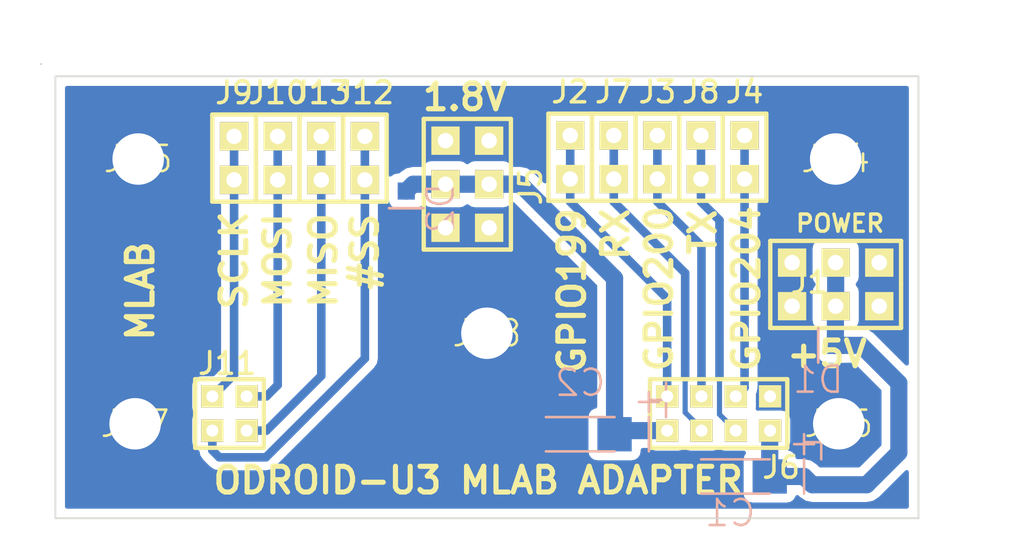
<source format=kicad_pcb>
(kicad_pcb (version 4) (host pcbnew 0.201411301746+5308~19~ubuntu14.04.1-product)

  (general
    (links 43)
    (no_connects 0)
    (area 104.4448 30.8356 164.109401 63.065)
    (thickness 1.6)
    (drawings 19)
    (tracks 66)
    (zones 0)
    (modules 22)
    (nets 13)
  )

  (page A4)
  (layers
    (0 F.Cu signal)
    (31 B.Cu signal)
    (32 B.Adhes user)
    (33 F.Adhes user)
    (34 B.Paste user)
    (35 F.Paste user)
    (36 B.SilkS user)
    (37 F.SilkS user)
    (38 B.Mask user)
    (39 F.Mask user)
    (40 Dwgs.User user)
    (41 Cmts.User user)
    (42 Eco1.User user)
    (43 Eco2.User user)
    (44 Edge.Cuts user)
    (45 Margin user)
    (46 B.CrtYd user)
    (47 F.CrtYd user)
    (48 B.Fab user)
    (49 F.Fab user)
  )

  (setup
    (last_trace_width 0.3)
    (user_trace_width 0.2)
    (user_trace_width 0.3)
    (user_trace_width 0.4)
    (user_trace_width 0.5)
    (user_trace_width 0.6)
    (user_trace_width 0.8)
    (user_trace_width 1)
    (trace_clearance 0.15)
    (zone_clearance 0.508)
    (zone_45_only no)
    (trace_min 0.2)
    (segment_width 0.2)
    (edge_width 0.1)
    (via_size 0.889)
    (via_drill 0.635)
    (via_min_size 0.889)
    (via_min_drill 0.508)
    (uvia_size 0.508)
    (uvia_drill 0.127)
    (uvias_allowed no)
    (uvia_min_size 0.508)
    (uvia_min_drill 0.127)
    (pcb_text_width 0.3)
    (pcb_text_size 1.5 1.5)
    (mod_edge_width 0.15)
    (mod_text_size 1 1)
    (mod_text_width 0.15)
    (pad_size 4 4)
    (pad_drill 3)
    (pad_to_mask_clearance 0)
    (aux_axis_origin 102.3366 65.7098)
    (grid_origin 102.3366 65.7098)
    (visible_elements 7FFFFF7F)
    (pcbplotparams
      (layerselection 0x01060_80000000)
      (usegerberextensions false)
      (excludeedgelayer true)
      (linewidth 0.100000)
      (plotframeref false)
      (viasonmask false)
      (mode 1)
      (useauxorigin false)
      (hpglpennumber 1)
      (hpglpenspeed 20)
      (hpglpendiameter 15)
      (hpglpenoverlay 2)
      (psnegative false)
      (psa4output false)
      (plotreference true)
      (plotvalue true)
      (plotinvisibletext false)
      (padsonsilk false)
      (subtractmaskfromsilk false)
      (outputformat 1)
      (mirror false)
      (drillshape 0)
      (scaleselection 1)
      (outputdirectory ../CAM_PROFI/))
  )

  (net 0 "")
  (net 1 GND)
  (net 2 +5V)
  (net 3 +1.8V)
  (net 4 /GPIO199)
  (net 5 /GPIO200)
  (net 6 /GPIO204)
  (net 7 /UART_TX)
  (net 8 /UART_RX)
  (net 9 /SCLK)
  (net 10 /MOSI)
  (net 11 /#SS)
  (net 12 /MISO)

  (net_class Default "Toto je výchozí třída sítě."
    (clearance 0.15)
    (trace_width 0.3)
    (via_dia 0.889)
    (via_drill 0.635)
    (uvia_dia 0.508)
    (uvia_drill 0.127)
    (add_net /#SS)
    (add_net /GPIO199)
    (add_net /GPIO200)
    (add_net /GPIO204)
    (add_net /MISO)
    (add_net /MOSI)
    (add_net /SCLK)
    (add_net /UART_RX)
    (add_net /UART_TX)
  )

  (net_class Power ""
    (clearance 0.3)
    (trace_width 0.5)
    (via_dia 0.889)
    (via_drill 0.635)
    (uvia_dia 0.508)
    (uvia_drill 0.127)
    (add_net +1.8V)
    (add_net +5V)
    (add_net GND)
  )

  (module MLAB_C:TantalC_SizeC_Reflow (layer B.Cu) (tedit 54799D04) (tstamp 548711C6)
    (at 147.2946 58.6232 180)
    (descr "Tantal Cap. , Size C, EIA-6032, Reflow,")
    (tags "Tantal Cap. , Size C, EIA-6032, Reflow,")
    (path /5485FFA7)
    (attr smd)
    (fp_text reference C1 (at 0.3048 -2.1336 180) (layer B.SilkS)
      (effects (font (thickness 0.15)) (justify mirror))
    )
    (fp_text value CP2 (at 0 -3 180) (layer B.SilkS) hide
      (effects (font (thickness 0.15)) (justify mirror))
    )
    (fp_line (start -4 1) (end -4 -1) (layer B.SilkS) (width 0.15))
    (fp_line (start 2 -1) (end -2 -1) (layer B.SilkS) (width 0.15))
    (fp_line (start 2 1) (end -2 1) (layer B.SilkS) (width 0.15))
    (fp_text user + (at -4 2 180) (layer B.SilkS)
      (effects (font (thickness 0.15)) (justify mirror))
    )
    (fp_line (start -5 3) (end -5 1) (layer B.SilkS) (width 0.15))
    (fp_line (start -5 2) (end -4 2) (layer B.SilkS) (width 0.15))
    (pad 2 smd rect (at 2 0 180) (size 2 2) (layers B.Cu B.Paste B.Mask)
      (net 1 GND))
    (pad 1 smd rect (at -2 0 180) (size 2 2) (layers B.Cu B.Paste B.Mask)
      (net 2 +5V))
    (model MLAB_3D/Capacitors/c_tant_C.wrl
      (at (xyz 0 0 0))
      (scale (xyz 1 1 1))
      (rotate (xyz 0 0 180))
    )
  )

  (module MLAB_C:TantalC_SizeC_Reflow (layer B.Cu) (tedit 54799D04) (tstamp 548711CC)
    (at 138.2522 56.1594 180)
    (descr "Tantal Cap. , Size C, EIA-6032, Reflow,")
    (tags "Tantal Cap. , Size C, EIA-6032, Reflow,")
    (path /548601CE)
    (attr smd)
    (fp_text reference C2 (at 0 3 180) (layer B.SilkS)
      (effects (font (thickness 0.15)) (justify mirror))
    )
    (fp_text value CP2 (at 0 -3 180) (layer B.SilkS) hide
      (effects (font (thickness 0.15)) (justify mirror))
    )
    (fp_line (start -4 1) (end -4 -1) (layer B.SilkS) (width 0.15))
    (fp_line (start 2 -1) (end -2 -1) (layer B.SilkS) (width 0.15))
    (fp_line (start 2 1) (end -2 1) (layer B.SilkS) (width 0.15))
    (fp_text user + (at -4 2 180) (layer B.SilkS)
      (effects (font (thickness 0.15)) (justify mirror))
    )
    (fp_line (start -5 3) (end -5 1) (layer B.SilkS) (width 0.15))
    (fp_line (start -5 2) (end -4 2) (layer B.SilkS) (width 0.15))
    (pad 2 smd rect (at 2 0 180) (size 2 2) (layers B.Cu B.Paste B.Mask)
      (net 1 GND))
    (pad 1 smd rect (at -2 0 180) (size 2 2) (layers B.Cu B.Paste B.Mask)
      (net 3 +1.8V))
    (model MLAB_3D/Capacitors/c_tant_C.wrl
      (at (xyz 0 0 0))
      (scale (xyz 1 1 1))
      (rotate (xyz 0 0 180))
    )
  )

  (module MLAB_D:Diode-MiniMELF_Standard (layer B.Cu) (tedit 547999ED) (tstamp 54896DB3)
    (at 152.1206 50.9778)
    (descr "Diode Mini-MELF Standard")
    (tags "Diode Mini-MELF Standard")
    (path /5485FEF7)
    (attr smd)
    (fp_text reference D1 (at 0 2) (layer B.SilkS)
      (effects (font (thickness 0.15)) (justify mirror))
    )
    (fp_text value DIODESCH (at 0 -3) (layer B.SilkS) hide
      (effects (font (thickness 0.15)) (justify mirror))
    )
    (fp_line (start 0 0) (end 0 1) (layer B.SilkS) (width 0.15))
    (fp_line (start 0 1) (end 0 -1) (layer B.SilkS) (width 0.15))
    (fp_line (start 0 -1) (end 0 0) (layer B.SilkS) (width 0.15))
    (fp_line (start 0 1) (end 0 -1) (layer B.SilkS) (width 0.15))
    (fp_text user A (at -1 -1) (layer B.SilkS)
      (effects (font (size 0 0) (thickness 0.15)) (justify mirror))
    )
    (fp_text user K (at 1 -1) (layer B.SilkS)
      (effects (font (size 0 0) (thickness 0.15)) (justify mirror))
    )
    (fp_circle (center 0 0) (end 0 0) (layer B.Adhes) (width 0.15))
    (fp_circle (center 0 0) (end 0 0) (layer B.Adhes) (width 0.15))
    (pad 1 smd rect (at -1 0) (size 1 1) (layers B.Cu B.Paste B.Mask)
      (net 1 GND))
    (pad 2 smd rect (at 1 0) (size 1 1) (layers B.Cu B.Paste B.Mask)
      (net 2 +5V))
    (model MLAB_3D/Diodes/MiniMELF_DO213AA.wrl
      (at (xyz 0 0 0))
      (scale (xyz 0 0 0))
      (rotate (xyz 0 0 0))
    )
  )

  (module MLAB_D:Diode-MiniMELF_Standard (layer B.Cu) (tedit 547999ED) (tstamp 54896DFE)
    (at 128.1176 42.9768 90)
    (descr "Diode Mini-MELF Standard")
    (tags "Diode Mini-MELF Standard")
    (path /548601BC)
    (attr smd)
    (fp_text reference D2 (at 0 2 90) (layer B.SilkS)
      (effects (font (thickness 0.15)) (justify mirror))
    )
    (fp_text value DIODESCH (at 0 -3 90) (layer B.SilkS) hide
      (effects (font (thickness 0.15)) (justify mirror))
    )
    (fp_line (start 0 0) (end 0 1) (layer B.SilkS) (width 0.15))
    (fp_line (start 0 1) (end 0 -1) (layer B.SilkS) (width 0.15))
    (fp_line (start 0 -1) (end 0 0) (layer B.SilkS) (width 0.15))
    (fp_line (start 0 1) (end 0 -1) (layer B.SilkS) (width 0.15))
    (fp_text user A (at -1 -1 90) (layer B.SilkS)
      (effects (font (size 0 0) (thickness 0.15)) (justify mirror))
    )
    (fp_text user K (at 1 -1 90) (layer B.SilkS)
      (effects (font (size 0 0) (thickness 0.15)) (justify mirror))
    )
    (fp_circle (center 0 0) (end 0 0) (layer B.Adhes) (width 0.15))
    (fp_circle (center 0 0) (end 0 0) (layer B.Adhes) (width 0.15))
    (pad 1 smd rect (at -1 0 90) (size 1 1) (layers B.Cu B.Paste B.Mask)
      (net 1 GND))
    (pad 2 smd rect (at 1 0 90) (size 1 1) (layers B.Cu B.Paste B.Mask)
      (net 3 +1.8V))
    (model MLAB_3D/Diodes/MiniMELF_DO213AA.wrl
      (at (xyz 0 0 0))
      (scale (xyz 0 0 0))
      (rotate (xyz 0 0 0))
    )
  )

  (module MLAB_hreb:Pin_Header_Straight_2x03 placed (layer F.Cu) (tedit 54870C46) (tstamp 54896DC4)
    (at 153.1366 47.4218 180)
    (descr "1 pin")
    (tags "CONN DEV")
    (path /5485F9FC)
    (fp_text reference J1 (at 1.524 0.127 180) (layer F.SilkS)
      (effects (font (size 1.27 1.27) (thickness 0.2032)))
    )
    (fp_text value "5V POWER" (at 0 0 180) (layer F.SilkS) hide
      (effects (font (size 1.27 1.27) (thickness 0.2032)))
    )
    (fp_line (start -3.81 2.54) (end 3.81 2.54) (layer F.SilkS) (width 0.254))
    (fp_line (start 3.81 2.54) (end 3.81 -2.54) (layer F.SilkS) (width 0.254))
    (fp_line (start 3.81 -2.54) (end -1.27 -2.54) (layer F.SilkS) (width 0.254))
    (fp_line (start -3.81 2.54) (end -3.81 0) (layer F.SilkS) (width 0.254))
    (fp_line (start -3.81 -2.54) (end -3.81 0) (layer F.SilkS) (width 0.254))
    (fp_line (start -1.27 -2.54) (end -3.81 -2.54) (layer F.SilkS) (width 0.254))
    (pad 1 thru_hole rect (at -2.54 1.27 180) (size 1.651 1.651) (drill 0.9) (layers *.Cu *.Mask F.SilkS)
      (net 1 GND))
    (pad 2 thru_hole rect (at 0 1.27 180) (size 1.651 1.651) (drill 0.9) (layers *.Cu *.Mask F.SilkS)
      (net 2 +5V))
    (pad 3 thru_hole rect (at 2.54 1.27 180) (size 1.651 1.651) (drill 0.9) (layers *.Cu *.Mask F.SilkS)
      (net 1 GND))
    (pad 4 thru_hole rect (at 2.54 -1.27 180) (size 1.651 1.651) (drill 0.9) (layers *.Cu *.Mask F.SilkS)
      (net 1 GND))
    (pad 5 thru_hole rect (at 0 -1.27 180) (size 1.651 1.651) (drill 0.9) (layers *.Cu *.Mask F.SilkS)
      (net 2 +5V))
    (pad 6 thru_hole rect (at -2.54 -1.27 180) (size 1.651 1.651) (drill 0.9) (layers *.Cu *.Mask F.SilkS)
      (net 1 GND))
    (model Pin_Headers/Pin_Header_Straight_2x03.wrl
      (at (xyz 0 0 0))
      (scale (xyz 1 1 1))
      (rotate (xyz 0 0 0))
    )
  )

  (module MLAB_hreb:Pin_Header_Straight_2x01 placed (layer F.Cu) (tedit 5472F1F7) (tstamp 54896E7D)
    (at 137.668 40.005)
    (descr "1 pin")
    (tags "CONN DEV")
    (path /5486108C)
    (fp_text reference J2 (at 0 -3.81) (layer F.SilkS)
      (effects (font (size 1.27 1.27) (thickness 0.2032)))
    )
    (fp_text value GPIO199 (at 0 0) (layer F.SilkS) hide
      (effects (font (size 1.27 1.27) (thickness 0.2032)))
    )
    (fp_line (start -1.27 -2.54) (end 1.27 -2.54) (layer F.SilkS) (width 0.254))
    (fp_line (start 1.27 -2.54) (end 1.27 2.54) (layer F.SilkS) (width 0.254))
    (fp_line (start 1.27 2.54) (end -1.27 2.54) (layer F.SilkS) (width 0.254))
    (fp_line (start -1.27 2.54) (end -1.27 -2.54) (layer F.SilkS) (width 0.254))
    (pad 2 thru_hole rect (at 0 1.27) (size 1.651 1.651) (drill 0.9) (layers *.Cu *.Mask F.SilkS)
      (net 4 /GPIO199))
    (pad 1 thru_hole rect (at 0 -1.27) (size 1.651 1.651) (drill 0.9) (layers *.Cu *.Mask F.SilkS)
      (net 4 /GPIO199))
    (model Pin_Headers/Pin_Header_Straight_2x01.wrl
      (at (xyz 0 0 0))
      (scale (xyz 1 1 1))
      (rotate (xyz 0 0 0))
    )
  )

  (module MLAB_hreb:Pin_Header_Straight_2x01 placed (layer F.Cu) (tedit 5472F1F7) (tstamp 54896E93)
    (at 142.748 40.005)
    (descr "1 pin")
    (tags "CONN DEV")
    (path /54861113)
    (fp_text reference J3 (at 0 -3.81) (layer F.SilkS)
      (effects (font (size 1.27 1.27) (thickness 0.2032)))
    )
    (fp_text value GPIO200 (at 0 0) (layer F.SilkS) hide
      (effects (font (size 1.27 1.27) (thickness 0.2032)))
    )
    (fp_line (start -1.27 -2.54) (end 1.27 -2.54) (layer F.SilkS) (width 0.254))
    (fp_line (start 1.27 -2.54) (end 1.27 2.54) (layer F.SilkS) (width 0.254))
    (fp_line (start 1.27 2.54) (end -1.27 2.54) (layer F.SilkS) (width 0.254))
    (fp_line (start -1.27 2.54) (end -1.27 -2.54) (layer F.SilkS) (width 0.254))
    (pad 2 thru_hole rect (at 0 1.27) (size 1.651 1.651) (drill 0.9) (layers *.Cu *.Mask F.SilkS)
      (net 5 /GPIO200))
    (pad 1 thru_hole rect (at 0 -1.27) (size 1.651 1.651) (drill 0.9) (layers *.Cu *.Mask F.SilkS)
      (net 5 /GPIO200))
    (model Pin_Headers/Pin_Header_Straight_2x01.wrl
      (at (xyz 0 0 0))
      (scale (xyz 1 1 1))
      (rotate (xyz 0 0 0))
    )
  )

  (module MLAB_hreb:Pin_Header_Straight_2x01 placed (layer F.Cu) (tedit 5472F1F7) (tstamp 54896E88)
    (at 147.828 40.005)
    (descr "1 pin")
    (tags "CONN DEV")
    (path /54861163)
    (fp_text reference J4 (at 0 -3.81) (layer F.SilkS)
      (effects (font (size 1.27 1.27) (thickness 0.2032)))
    )
    (fp_text value GPIO204 (at 0 0) (layer F.SilkS) hide
      (effects (font (size 1.27 1.27) (thickness 0.2032)))
    )
    (fp_line (start -1.27 -2.54) (end 1.27 -2.54) (layer F.SilkS) (width 0.254))
    (fp_line (start 1.27 -2.54) (end 1.27 2.54) (layer F.SilkS) (width 0.254))
    (fp_line (start 1.27 2.54) (end -1.27 2.54) (layer F.SilkS) (width 0.254))
    (fp_line (start -1.27 2.54) (end -1.27 -2.54) (layer F.SilkS) (width 0.254))
    (pad 2 thru_hole rect (at 0 1.27) (size 1.651 1.651) (drill 0.9) (layers *.Cu *.Mask F.SilkS)
      (net 6 /GPIO204))
    (pad 1 thru_hole rect (at 0 -1.27) (size 1.651 1.651) (drill 0.9) (layers *.Cu *.Mask F.SilkS)
      (net 6 /GPIO204))
    (model Pin_Headers/Pin_Header_Straight_2x01.wrl
      (at (xyz 0 0 0))
      (scale (xyz 1 1 1))
      (rotate (xyz 0 0 0))
    )
  )

  (module MLAB_hreb:Pin_Header_Straight_2x03 placed (layer F.Cu) (tedit 54870C46) (tstamp 5489807D)
    (at 131.6736 41.5798 90)
    (descr "1 pin")
    (tags "CONN DEV")
    (path /548601AA)
    (fp_text reference J5 (at -0.127 3.683 90) (layer F.SilkS)
      (effects (font (size 1.27 1.27) (thickness 0.2032)))
    )
    (fp_text value "1,8V CPU Core" (at 0 0 90) (layer F.SilkS) hide
      (effects (font (size 1.27 1.27) (thickness 0.2032)))
    )
    (fp_line (start -3.81 2.54) (end 3.81 2.54) (layer F.SilkS) (width 0.254))
    (fp_line (start 3.81 2.54) (end 3.81 -2.54) (layer F.SilkS) (width 0.254))
    (fp_line (start 3.81 -2.54) (end -1.27 -2.54) (layer F.SilkS) (width 0.254))
    (fp_line (start -3.81 2.54) (end -3.81 0) (layer F.SilkS) (width 0.254))
    (fp_line (start -3.81 -2.54) (end -3.81 0) (layer F.SilkS) (width 0.254))
    (fp_line (start -1.27 -2.54) (end -3.81 -2.54) (layer F.SilkS) (width 0.254))
    (pad 1 thru_hole rect (at -2.54 1.27 90) (size 1.651 1.651) (drill 0.9) (layers *.Cu *.Mask F.SilkS)
      (net 1 GND))
    (pad 2 thru_hole rect (at 0 1.27 90) (size 1.651 1.651) (drill 0.9) (layers *.Cu *.Mask F.SilkS)
      (net 3 +1.8V))
    (pad 3 thru_hole rect (at 2.54 1.27 90) (size 1.651 1.651) (drill 0.9) (layers *.Cu *.Mask F.SilkS)
      (net 1 GND))
    (pad 4 thru_hole rect (at 2.54 -1.27 90) (size 1.651 1.651) (drill 0.9) (layers *.Cu *.Mask F.SilkS)
      (net 1 GND))
    (pad 5 thru_hole rect (at 0 -1.27 90) (size 1.651 1.651) (drill 0.9) (layers *.Cu *.Mask F.SilkS)
      (net 3 +1.8V))
    (pad 6 thru_hole rect (at -2.54 -1.27 90) (size 1.651 1.651) (drill 0.9) (layers *.Cu *.Mask F.SilkS)
      (net 1 GND))
    (model Pin_Headers/Pin_Header_Straight_2x03.wrl
      (at (xyz 0 0 0))
      (scale (xyz 1 1 1))
      (rotate (xyz 0 0 0))
    )
  )

  (module MLAB_hreb:2mm_Pin_Header_Straight_2x04 (layer F.Cu) (tedit 5487093A) (tstamp 54871228)
    (at 146.3166 54.9498 90)
    (descr "1 pin")
    (tags "CONN DEV")
    (path /5485F8D0)
    (fp_text reference J6 (at -3.14 3.645 180) (layer F.SilkS)
      (effects (font (size 1.27 1.27) (thickness 0.2032)))
    )
    (fp_text value IOS_PORT_#1 (at 0 5.334 90) (layer F.SilkS) hide
      (effects (font (size 1.27 1.27) (thickness 0.2032)))
    )
    (fp_line (start -2 -4) (end 0 -4) (layer F.SilkS) (width 0.254))
    (fp_line (start 0 4) (end 2 4) (layer F.SilkS) (width 0.254))
    (fp_line (start 2 4) (end 2 -4) (layer F.SilkS) (width 0.254))
    (fp_line (start 0 -4) (end 2 -4) (layer F.SilkS) (width 0.254))
    (fp_line (start -2 4) (end -2 -4) (layer F.SilkS) (width 0.254))
    (fp_line (start -2 4) (end 0 4) (layer F.SilkS) (width 0.254))
    (pad 1 thru_hole rect (at -1 -3 90) (size 1.3 1.3) (drill 0.7) (layers *.Cu *.Mask F.SilkS)
      (net 3 +1.8V))
    (pad 2 thru_hole rect (at 1 -3 90) (size 1.3 1.3) (drill 0.7) (layers *.Cu *.Mask F.SilkS)
      (net 4 /GPIO199))
    (pad 3 thru_hole rect (at -1 -1 90) (size 1.3 1.3) (drill 0.7) (layers *.Cu *.Mask F.SilkS)
      (net 8 /UART_RX))
    (pad 4 thru_hole rect (at 1 -1 90) (size 1.3 1.3) (drill 0.7) (layers *.Cu *.Mask F.SilkS)
      (net 5 /GPIO200))
    (pad 5 thru_hole rect (at -1 1 90) (size 1.3 1.3) (drill 0.7) (layers *.Cu *.Mask F.SilkS)
      (net 7 /UART_TX))
    (pad 6 thru_hole rect (at 1 1 90) (size 1.3 1.3) (drill 0.7) (layers *.Cu *.Mask F.SilkS)
      (net 6 /GPIO204))
    (pad 7 thru_hole rect (at -1 3 90) (size 1.3 1.3) (drill 0.7) (layers *.Cu *.Mask F.SilkS)
      (net 2 +5V))
    (pad 8 thru_hole rect (at 1 3 90) (size 1.3 1.3) (drill 0.7) (layers *.Cu *.Mask F.SilkS)
      (net 1 GND))
    (model Pin_Headers/Pin_Header_Straight_2x04.wrl
      (at (xyz 0 0 0))
      (scale (xyz 0.7874 0.7874 0.7874))
      (rotate (xyz 0 0 90))
    )
  )

  (module MLAB_hreb:Pin_Header_Straight_2x01 placed (layer F.Cu) (tedit 5472F1F7) (tstamp 54896E72)
    (at 140.208 40.005)
    (descr "1 pin")
    (tags "CONN DEV")
    (path /54861315)
    (fp_text reference J7 (at 0 -3.81) (layer F.SilkS)
      (effects (font (size 1.27 1.27) (thickness 0.2032)))
    )
    (fp_text value UART_RX (at 0 0) (layer F.SilkS) hide
      (effects (font (size 1.27 1.27) (thickness 0.2032)))
    )
    (fp_line (start -1.27 -2.54) (end 1.27 -2.54) (layer F.SilkS) (width 0.254))
    (fp_line (start 1.27 -2.54) (end 1.27 2.54) (layer F.SilkS) (width 0.254))
    (fp_line (start 1.27 2.54) (end -1.27 2.54) (layer F.SilkS) (width 0.254))
    (fp_line (start -1.27 2.54) (end -1.27 -2.54) (layer F.SilkS) (width 0.254))
    (pad 2 thru_hole rect (at 0 1.27) (size 1.651 1.651) (drill 0.9) (layers *.Cu *.Mask F.SilkS)
      (net 8 /UART_RX))
    (pad 1 thru_hole rect (at 0 -1.27) (size 1.651 1.651) (drill 0.9) (layers *.Cu *.Mask F.SilkS)
      (net 8 /UART_RX))
    (model Pin_Headers/Pin_Header_Straight_2x01.wrl
      (at (xyz 0 0 0))
      (scale (xyz 1 1 1))
      (rotate (xyz 0 0 0))
    )
  )

  (module MLAB_hreb:Pin_Header_Straight_2x01 placed (layer F.Cu) (tedit 5472F1F7) (tstamp 54874B71)
    (at 145.288 40.005)
    (descr "1 pin")
    (tags "CONN DEV")
    (path /5486130F)
    (fp_text reference J8 (at 0 -3.81) (layer F.SilkS)
      (effects (font (size 1.27 1.27) (thickness 0.2032)))
    )
    (fp_text value UART_TX (at 0 0) (layer F.SilkS) hide
      (effects (font (size 1.27 1.27) (thickness 0.2032)))
    )
    (fp_line (start -1.27 -2.54) (end 1.27 -2.54) (layer F.SilkS) (width 0.254))
    (fp_line (start 1.27 -2.54) (end 1.27 2.54) (layer F.SilkS) (width 0.254))
    (fp_line (start 1.27 2.54) (end -1.27 2.54) (layer F.SilkS) (width 0.254))
    (fp_line (start -1.27 2.54) (end -1.27 -2.54) (layer F.SilkS) (width 0.254))
    (pad 2 thru_hole rect (at 0 1.27) (size 1.651 1.651) (drill 0.9) (layers *.Cu *.Mask F.SilkS)
      (net 7 /UART_TX))
    (pad 1 thru_hole rect (at 0 -1.27) (size 1.651 1.651) (drill 0.9) (layers *.Cu *.Mask F.SilkS)
      (net 7 /UART_TX))
    (model Pin_Headers/Pin_Header_Straight_2x01.wrl
      (at (xyz 0 0 0))
      (scale (xyz 1 1 1))
      (rotate (xyz 0 0 0))
    )
  )

  (module MLAB_hreb:Pin_Header_Straight_2x01 placed (layer F.Cu) (tedit 5472F1F7) (tstamp 54874ADA)
    (at 118.0846 40.0558)
    (descr "1 pin")
    (tags "CONN DEV")
    (path /5486082B)
    (fp_text reference J9 (at 0 -3.81) (layer F.SilkS)
      (effects (font (size 1.27 1.27) (thickness 0.2032)))
    )
    (fp_text value SCLK (at 0 0) (layer F.SilkS) hide
      (effects (font (size 1.27 1.27) (thickness 0.2032)))
    )
    (fp_line (start -1.27 -2.54) (end 1.27 -2.54) (layer F.SilkS) (width 0.254))
    (fp_line (start 1.27 -2.54) (end 1.27 2.54) (layer F.SilkS) (width 0.254))
    (fp_line (start 1.27 2.54) (end -1.27 2.54) (layer F.SilkS) (width 0.254))
    (fp_line (start -1.27 2.54) (end -1.27 -2.54) (layer F.SilkS) (width 0.254))
    (pad 2 thru_hole rect (at 0 1.27) (size 1.651 1.651) (drill 0.9) (layers *.Cu *.Mask F.SilkS)
      (net 9 /SCLK))
    (pad 1 thru_hole rect (at 0 -1.27) (size 1.651 1.651) (drill 0.9) (layers *.Cu *.Mask F.SilkS)
      (net 9 /SCLK))
    (model Pin_Headers/Pin_Header_Straight_2x01.wrl
      (at (xyz 0 0 0))
      (scale (xyz 1 1 1))
      (rotate (xyz 0 0 0))
    )
  )

  (module MLAB_hreb:Pin_Header_Straight_2x01 placed (layer F.Cu) (tedit 5472F1F7) (tstamp 54871250)
    (at 120.6246 40.0558)
    (descr "1 pin")
    (tags "CONN DEV")
    (path /54860825)
    (fp_text reference J10 (at 0 -3.81) (layer F.SilkS)
      (effects (font (size 1.27 1.27) (thickness 0.2032)))
    )
    (fp_text value MOSI (at 0 0) (layer F.SilkS) hide
      (effects (font (size 1.27 1.27) (thickness 0.2032)))
    )
    (fp_line (start -1.27 -2.54) (end 1.27 -2.54) (layer F.SilkS) (width 0.254))
    (fp_line (start 1.27 -2.54) (end 1.27 2.54) (layer F.SilkS) (width 0.254))
    (fp_line (start 1.27 2.54) (end -1.27 2.54) (layer F.SilkS) (width 0.254))
    (fp_line (start -1.27 2.54) (end -1.27 -2.54) (layer F.SilkS) (width 0.254))
    (pad 2 thru_hole rect (at 0 1.27) (size 1.651 1.651) (drill 0.9) (layers *.Cu *.Mask F.SilkS)
      (net 10 /MOSI))
    (pad 1 thru_hole rect (at 0 -1.27) (size 1.651 1.651) (drill 0.9) (layers *.Cu *.Mask F.SilkS)
      (net 10 /MOSI))
    (model Pin_Headers/Pin_Header_Straight_2x01.wrl
      (at (xyz 0 0 0))
      (scale (xyz 1 1 1))
      (rotate (xyz 0 0 0))
    )
  )

  (module MLAB_hreb:2mm_Pin_Header_Straight_2x02 (layer F.Cu) (tedit 54870948) (tstamp 5487125E)
    (at 117.8166 54.9498)
    (descr "1 pin")
    (tags "CONN DEV")
    (path /5485F97F)
    (fp_text reference J11 (at -0.127 -2.921) (layer F.SilkS)
      (effects (font (size 1.27 1.27) (thickness 0.2032)))
    )
    (fp_text value IO_PORT_#2 (at 0 3.302) (layer F.SilkS) hide
      (effects (font (size 1.27 1.27) (thickness 0.2032)))
    )
    (fp_line (start -2 -2) (end 0 -2) (layer F.SilkS) (width 0.254))
    (fp_line (start 0 2) (end 2 2) (layer F.SilkS) (width 0.254))
    (fp_line (start 2 2) (end 2 -2) (layer F.SilkS) (width 0.254))
    (fp_line (start 0 -2) (end 2 -2) (layer F.SilkS) (width 0.254))
    (fp_line (start -2 2) (end -2 -2) (layer F.SilkS) (width 0.254))
    (fp_line (start -2 2) (end 0 2) (layer F.SilkS) (width 0.254))
    (pad 1 thru_hole rect (at -1 -1) (size 1.3 1.3) (drill 0.7) (layers *.Cu *.Mask F.SilkS)
      (net 9 /SCLK))
    (pad 2 thru_hole rect (at 1 -1) (size 1.3 1.3) (drill 0.7) (layers *.Cu *.Mask F.SilkS)
      (net 10 /MOSI))
    (pad 3 thru_hole rect (at -1 1) (size 1.3 1.3) (drill 0.7) (layers *.Cu *.Mask F.SilkS)
      (net 11 /#SS))
    (pad 4 thru_hole rect (at 1 1) (size 1.3 1.3) (drill 0.7) (layers *.Cu *.Mask F.SilkS)
      (net 12 /MISO))
    (model Pin_Headers/Pin_Header_Straight_2x02.wrl
      (at (xyz 0 0 0))
      (scale (xyz 0.7874 0.7874 0.7874))
      (rotate (xyz 0 0 0))
    )
  )

  (module MLAB_hreb:Pin_Header_Straight_2x01 placed (layer F.Cu) (tedit 5472F1F7) (tstamp 54871268)
    (at 125.7046 40.0558)
    (descr "1 pin")
    (tags "CONN DEV")
    (path /54860610)
    (fp_text reference J12 (at 0 -3.81) (layer F.SilkS)
      (effects (font (size 1.27 1.27) (thickness 0.2032)))
    )
    (fp_text value "#SS" (at 0 0) (layer F.SilkS) hide
      (effects (font (size 1.27 1.27) (thickness 0.2032)))
    )
    (fp_line (start -1.27 -2.54) (end 1.27 -2.54) (layer F.SilkS) (width 0.254))
    (fp_line (start 1.27 -2.54) (end 1.27 2.54) (layer F.SilkS) (width 0.254))
    (fp_line (start 1.27 2.54) (end -1.27 2.54) (layer F.SilkS) (width 0.254))
    (fp_line (start -1.27 2.54) (end -1.27 -2.54) (layer F.SilkS) (width 0.254))
    (pad 2 thru_hole rect (at 0 1.27) (size 1.651 1.651) (drill 0.9) (layers *.Cu *.Mask F.SilkS)
      (net 11 /#SS))
    (pad 1 thru_hole rect (at 0 -1.27) (size 1.651 1.651) (drill 0.9) (layers *.Cu *.Mask F.SilkS)
      (net 11 /#SS))
    (model Pin_Headers/Pin_Header_Straight_2x01.wrl
      (at (xyz 0 0 0))
      (scale (xyz 1 1 1))
      (rotate (xyz 0 0 0))
    )
  )

  (module MLAB_hreb:Pin_Header_Straight_2x01 placed (layer F.Cu) (tedit 5472F1F7) (tstamp 54871272)
    (at 123.1646 40.0558)
    (descr "1 pin")
    (tags "CONN DEV")
    (path /54860710)
    (fp_text reference J13 (at 0 -3.81) (layer F.SilkS)
      (effects (font (size 1.27 1.27) (thickness 0.2032)))
    )
    (fp_text value MISO (at 0 0) (layer F.SilkS) hide
      (effects (font (size 1.27 1.27) (thickness 0.2032)))
    )
    (fp_line (start -1.27 -2.54) (end 1.27 -2.54) (layer F.SilkS) (width 0.254))
    (fp_line (start 1.27 -2.54) (end 1.27 2.54) (layer F.SilkS) (width 0.254))
    (fp_line (start 1.27 2.54) (end -1.27 2.54) (layer F.SilkS) (width 0.254))
    (fp_line (start -1.27 2.54) (end -1.27 -2.54) (layer F.SilkS) (width 0.254))
    (pad 2 thru_hole rect (at 0 1.27) (size 1.651 1.651) (drill 0.9) (layers *.Cu *.Mask F.SilkS)
      (net 12 /MISO))
    (pad 1 thru_hole rect (at 0 -1.27) (size 1.651 1.651) (drill 0.9) (layers *.Cu *.Mask F.SilkS)
      (net 12 /MISO))
    (model Pin_Headers/Pin_Header_Straight_2x01.wrl
      (at (xyz 0 0 0))
      (scale (xyz 1 1 1))
      (rotate (xyz 0 0 0))
    )
  )

  (module MLAB_dira:MountingHole_3mm placed (layer F.Cu) (tedit 54345FDC) (tstamp 54871277)
    (at 153.1366 40.1098)
    (descr "Mounting hole, Befestigungsbohrung, 3mm, No Annular, Kein Restring,")
    (tags "Mounting hole, Befestigungsbohrung, 3mm, No Annular, Kein Restring,")
    (path /54862BF8)
    (fp_text reference J14 (at 0 0) (layer F.SilkS)
      (effects (font (thickness 0.15)))
    )
    (fp_text value M3 (at 1 5) (layer F.SilkS) hide
      (effects (font (thickness 0.15)))
    )
    (fp_circle (center 0 0) (end 2 0) (layer Cmts.User) (width 0.15))
    (pad 1 thru_hole circle (at 0 0) (size 6 6) (drill 3) (layers *.Cu *.Adhes *.Mask)
      (net 1 GND) (clearance 1) (zone_connect 2))
  )

  (module MLAB_dira:MountingHole_3mm placed (layer F.Cu) (tedit 54345FDC) (tstamp 5487127C)
    (at 112.4966 40.1098)
    (descr "Mounting hole, Befestigungsbohrung, 3mm, No Annular, Kein Restring,")
    (tags "Mounting hole, Befestigungsbohrung, 3mm, No Annular, Kein Restring,")
    (path /54862A8F)
    (fp_text reference J15 (at 0 0) (layer F.SilkS)
      (effects (font (thickness 0.15)))
    )
    (fp_text value M3 (at 1 5) (layer F.SilkS) hide
      (effects (font (thickness 0.15)))
    )
    (fp_circle (center 0 0) (end 2 0) (layer Cmts.User) (width 0.15))
    (pad 1 thru_hole circle (at 0 0) (size 6 6) (drill 3) (layers *.Cu *.Adhes *.Mask)
      (net 1 GND) (clearance 1) (zone_connect 2))
  )

  (module MLAB_dira:MountingHole_3mm placed (layer F.Cu) (tedit 5489719A) (tstamp 54871281)
    (at 153.3166 55.5498)
    (descr "Mounting hole, Befestigungsbohrung, 3mm, No Annular, Kein Restring,")
    (tags "Mounting hole, Befestigungsbohrung, 3mm, No Annular, Kein Restring,")
    (path /54862E35)
    (fp_text reference J16 (at 0 0) (layer F.SilkS)
      (effects (font (thickness 0.15)))
    )
    (fp_text value M3 (at 1 5) (layer F.SilkS) hide
      (effects (font (thickness 0.15)))
    )
    (fp_circle (center 0 0) (end 2 0) (layer Cmts.User) (width 0.15))
    (pad 1 thru_hole circle (at 0 0) (size 4 4) (drill 3) (layers *.Cu *.Adhes *.Mask)
      (net 1 GND) (clearance 1) (zone_connect 2))
  )

  (module MLAB_dira:MountingHole_3mm placed (layer F.Cu) (tedit 5489848E) (tstamp 54871286)
    (at 112.3166 55.5498)
    (descr "Mounting hole, Befestigungsbohrung, 3mm, No Annular, Kein Restring,")
    (tags "Mounting hole, Befestigungsbohrung, 3mm, No Annular, Kein Restring,")
    (path /54862E8B)
    (fp_text reference J17 (at 0 0) (layer F.SilkS)
      (effects (font (thickness 0.15)))
    )
    (fp_text value M3 (at 1 5) (layer F.SilkS) hide
      (effects (font (thickness 0.15)))
    )
    (fp_circle (center 0 0) (end 2 0) (layer Cmts.User) (width 0.15))
    (pad 1 thru_hole circle (at 0 0) (size 4 4) (drill 3) (layers *.Cu *.Adhes *.Mask)
      (net 1 GND) (clearance 1) (zone_connect 2))
  )

  (module MLAB_dira:MountingHole_3mm placed (layer F.Cu) (tedit 54345FDC) (tstamp 5487128B)
    (at 132.8166 50.2698)
    (descr "Mounting hole, Befestigungsbohrung, 3mm, No Annular, Kein Restring,")
    (tags "Mounting hole, Befestigungsbohrung, 3mm, No Annular, Kein Restring,")
    (path /54862E2F)
    (fp_text reference J18 (at 0 0) (layer F.SilkS)
      (effects (font (thickness 0.15)))
    )
    (fp_text value M3 (at 1 5) (layer F.SilkS) hide
      (effects (font (thickness 0.15)))
    )
    (fp_circle (center 0 0) (end 2 0) (layer Cmts.User) (width 0.15))
    (pad 1 thru_hole circle (at 0 0) (size 6 6) (drill 3) (layers *.Cu *.Adhes *.Mask)
      (net 1 GND) (clearance 1) (zone_connect 2))
  )

  (gr_text "ODROID-U3 MLAB ADAPTER" (at 132.3086 58.8518) (layer F.SilkS)
    (effects (font (size 1.5 1.5) (thickness 0.3)))
  )
  (gr_text MLAB (at 112.6236 47.8028 90) (layer F.SilkS)
    (effects (font (size 1.5 1.5) (thickness 0.3)))
  )
  (gr_text +5V (at 152.6286 51.4858) (layer F.SilkS)
    (effects (font (size 1.5 1.5) (thickness 0.3)))
  )
  (gr_text POWER (at 153.3906 43.8658) (layer F.SilkS)
    (effects (font (size 1 1) (thickness 0.2)))
  )
  (gr_text GPIO204 (at 147.9296 47.6758 90) (layer F.SilkS)
    (effects (font (size 1.5 1.5) (thickness 0.3)))
  )
  (gr_text TX (at 145.3896 44.3738 90) (layer F.SilkS)
    (effects (font (size 1.5 1.5) (thickness 0.3)))
  )
  (gr_text GPIO200 (at 142.8496 47.6758 90) (layer F.SilkS)
    (effects (font (size 1.5 1.5) (thickness 0.3)))
  )
  (gr_text RX (at 140.3096 44.5008 90) (layer F.SilkS)
    (effects (font (size 1.5 1.5) (thickness 0.3)))
  )
  (gr_text GPIO199 (at 137.7696 47.8028 90) (layer F.SilkS)
    (effects (font (size 1.5 1.5) (thickness 0.3)))
  )
  (gr_text 1.8V (at 131.5466 36.4998) (layer F.SilkS)
    (effects (font (size 1.5 1.5) (thickness 0.3)))
  )
  (gr_text "#SS\n" (at 125.7046 45.5168 90) (layer F.SilkS)
    (effects (font (size 1.5 1.5) (thickness 0.3)))
  )
  (gr_text MISO (at 123.2916 46.0248 90) (layer F.SilkS)
    (effects (font (size 1.5 1.5) (thickness 0.3)))
  )
  (gr_text MOSI (at 120.6246 46.0248 90) (layer F.SilkS)
    (effects (font (size 1.5 1.5) (thickness 0.3)))
  )
  (gr_text SCLK (at 118.0846 46.0248 90) (layer F.SilkS)
    (effects (font (size 1.5 1.5) (thickness 0.3)))
  )
  (gr_line (start 106.807 34.5694) (end 106.8578 34.5694) (angle 90) (layer Edge.Cuts) (width 0.1))
  (gr_line (start 107.6726 35.2858) (end 157.9606 35.2858) (angle 90) (layer Edge.Cuts) (width 0.1) (tstamp 54897BDF))
  (gr_line (start 157.9606 61.0616) (end 157.9606 35.2858) (angle 90) (layer Edge.Cuts) (width 0.1))
  (gr_line (start 107.6726 61.0616) (end 157.9606 61.0616) (angle 90) (layer Edge.Cuts) (width 0.1))
  (gr_line (start 107.6726 35.2858) (end 107.6726 61.0616) (angle 90) (layer Edge.Cuts) (width 0.1))

  (segment (start 153.1206 50.9778) (end 153.1206 48.7078) (width 1) (layer B.Cu) (net 2))
  (segment (start 153.1206 48.7078) (end 153.1366 48.6918) (width 1) (layer B.Cu) (net 2))
  (segment (start 151.7772 59.1058) (end 154.940602 59.1058) (width 1) (layer B.Cu) (net 2))
  (segment (start 154.940602 59.1058) (end 156.816601 57.229801) (width 1) (layer B.Cu) (net 2))
  (segment (start 156.816601 57.229801) (end 156.816601 53.173801) (width 1) (layer B.Cu) (net 2))
  (segment (start 156.816601 53.173801) (end 154.6206 50.9778) (width 1) (layer B.Cu) (net 2))
  (segment (start 154.6206 50.9778) (end 153.1206 50.9778) (width 1) (layer B.Cu) (net 2))
  (segment (start 149.2946 58.6232) (end 151.2946 58.6232) (width 1) (layer B.Cu) (net 2))
  (segment (start 151.2946 58.6232) (end 151.7772 59.1058) (width 1) (layer B.Cu) (net 2))
  (segment (start 149.2946 58.6232) (end 149.2946 55.9718) (width 1) (layer B.Cu) (net 2))
  (segment (start 149.2946 55.9718) (end 149.3166 55.9498) (width 1) (layer B.Cu) (net 2))
  (segment (start 153.1366 48.6918) (end 153.1366 46.1518) (width 1) (layer B.Cu) (net 2))
  (segment (start 130.4036 41.5798) (end 128.5146 41.5798) (width 1) (layer B.Cu) (net 3))
  (segment (start 128.5146 41.5798) (end 128.1176 41.9768) (width 1) (layer B.Cu) (net 3))
  (segment (start 140.2522 56.1594) (end 140.2522 47.0629) (width 1) (layer B.Cu) (net 3))
  (segment (start 140.2522 47.0629) (end 134.7691 41.5798) (width 1) (layer B.Cu) (net 3))
  (segment (start 134.7691 41.5798) (end 132.2291 41.5798) (width 1) (layer B.Cu) (net 3))
  (segment (start 132.2291 41.5798) (end 130.4036 41.5798) (width 1) (layer B.Cu) (net 3))
  (segment (start 134.7691 41.5798) (end 132.9436 41.5798) (width 1) (layer B.Cu) (net 3))
  (segment (start 143.3166 55.9498) (end 140.4618 55.9498) (width 1) (layer B.Cu) (net 3))
  (segment (start 140.4618 55.9498) (end 140.2522 56.1594) (width 1) (layer B.Cu) (net 3))
  (segment (start 137.668 41.275) (end 137.668 42.6005) (width 0.5) (layer B.Cu) (net 4))
  (segment (start 137.668 42.6005) (end 143.3166 48.2491) (width 0.5) (layer B.Cu) (net 4))
  (segment (start 143.3166 48.2491) (end 143.3166 52.7998) (width 0.5) (layer B.Cu) (net 4))
  (segment (start 143.3166 52.7998) (end 143.3166 53.9498) (width 0.5) (layer B.Cu) (net 4))
  (segment (start 137.668 38.735) (end 137.668 41.275) (width 0.5) (layer B.Cu) (net 4))
  (segment (start 142.748 41.275) (end 142.748 42.6005) (width 0.5) (layer B.Cu) (net 5))
  (segment (start 142.748 42.6005) (end 145.3166 45.1691) (width 0.5) (layer B.Cu) (net 5))
  (segment (start 145.3166 45.1691) (end 145.3166 52.7998) (width 0.5) (layer B.Cu) (net 5))
  (segment (start 145.3166 52.7998) (end 145.3166 53.9498) (width 0.5) (layer B.Cu) (net 5))
  (segment (start 142.748 38.735) (end 142.748 41.275) (width 0.5) (layer B.Cu) (net 5))
  (segment (start 147.828 41.275) (end 147.828 53.4384) (width 0.5) (layer B.Cu) (net 6))
  (segment (start 147.828 53.4384) (end 147.3166 53.9498) (width 0.5) (layer B.Cu) (net 6))
  (segment (start 147.828 38.735) (end 147.828 41.275) (width 0.5) (layer B.Cu) (net 6))
  (segment (start 147.3166 53.9498) (end 147.3166 53.7938) (width 0.4) (layer B.Cu) (net 6))
  (segment (start 145.288 41.275) (end 145.288 42.6005) (width 0.5) (layer B.Cu) (net 7))
  (segment (start 145.288 42.6005) (end 146.366599 43.679099) (width 0.5) (layer B.Cu) (net 7))
  (segment (start 146.366599 43.679099) (end 146.366599 52.899799) (width 0.5) (layer B.Cu) (net 7))
  (segment (start 145.288 38.735) (end 145.288 41.275) (width 0.5) (layer B.Cu) (net 7))
  (segment (start 147.3166 55.9498) (end 147.3136 55.9498) (width 0.3) (layer B.Cu) (net 7))
  (segment (start 146.366599 55.002799) (end 146.366599 52.899799) (width 0.3) (layer B.Cu) (net 7))
  (segment (start 147.3136 55.9498) (end 146.366599 55.002799) (width 0.3) (layer B.Cu) (net 7))
  (segment (start 140.208 41.275) (end 140.208 42.6005) (width 0.5) (layer B.Cu) (net 8))
  (segment (start 140.208 42.6005) (end 144.366599 46.759099) (width 0.5) (layer B.Cu) (net 8))
  (segment (start 144.366599 46.759099) (end 144.366599 52.899799) (width 0.5) (layer B.Cu) (net 8))
  (segment (start 140.208 38.735) (end 140.208 41.275) (width 0.5) (layer B.Cu) (net 8))
  (segment (start 144.366599 54.889797) (end 144.366599 52.899799) (width 0.3) (layer B.Cu) (net 8))
  (segment (start 145.3166 55.839798) (end 144.366599 54.889797) (width 0.3) (layer B.Cu) (net 8))
  (segment (start 145.3166 55.9498) (end 145.3166 55.839798) (width 0.3) (layer B.Cu) (net 8))
  (segment (start 118.0846 41.3258) (end 118.0846 52.6818) (width 0.5) (layer B.Cu) (net 9))
  (segment (start 118.0846 52.6818) (end 116.8166 53.9498) (width 0.5) (layer B.Cu) (net 9))
  (segment (start 118.0846 38.7858) (end 118.0846 41.3258) (width 0.5) (layer B.Cu) (net 9))
  (segment (start 119.9666 53.9498) (end 118.8166 53.9498) (width 0.5) (layer B.Cu) (net 10))
  (segment (start 120.6246 41.3258) (end 120.6246 53.2918) (width 0.5) (layer B.Cu) (net 10))
  (segment (start 120.6246 53.2918) (end 119.9666 53.9498) (width 0.5) (layer B.Cu) (net 10))
  (segment (start 120.6246 38.7858) (end 120.6246 41.3258) (width 0.5) (layer B.Cu) (net 10))
  (segment (start 119.9388 57.5056) (end 117.2224 57.5056) (width 0.5) (layer B.Cu) (net 11))
  (segment (start 117.2224 57.5056) (end 116.8166 57.0998) (width 0.5) (layer B.Cu) (net 11))
  (segment (start 116.8166 57.0998) (end 116.8166 55.9498) (width 0.5) (layer B.Cu) (net 11))
  (segment (start 125.7046 51.7398) (end 119.9388 57.5056) (width 0.5) (layer B.Cu) (net 11))
  (segment (start 125.7046 41.3258) (end 125.7046 51.7398) (width 0.5) (layer B.Cu) (net 11))
  (segment (start 125.7046 38.7858) (end 125.7046 41.3258) (width 0.5) (layer B.Cu) (net 11))
  (segment (start 123.1646 52.7518) (end 119.9666 55.9498) (width 0.5) (layer B.Cu) (net 12))
  (segment (start 123.1646 41.3258) (end 123.1646 52.7518) (width 0.5) (layer B.Cu) (net 12))
  (segment (start 119.9666 55.9498) (end 118.8166 55.9498) (width 0.5) (layer B.Cu) (net 12))
  (segment (start 123.1646 38.7858) (end 123.1646 41.3258) (width 0.5) (layer B.Cu) (net 12))

  (zone (net 1) (net_name GND) (layer B.Cu) (tstamp 0) (hatch edge 0.508)
    (connect_pads yes (clearance 0.508))
    (min_thickness 0.254)
    (fill yes (arc_segments 16) (thermal_gap 0.508) (thermal_bridge_width 0.508))
    (polygon
      (pts
        (xy 105.3846 30.8356) (xy 163.4998 30.8356) (xy 164.1094 62.3062) (xy 130.7338 63.0174) (xy 104.4448 62.6364)
      )
    )
    (filled_polygon
      (pts
        (xy 157.2756 60.3766) (xy 108.3576 60.3766) (xy 108.3576 35.9708) (xy 157.2756 35.9708) (xy 157.2756 52.027668)
        (xy 155.423166 50.175234) (xy 155.054946 49.929197) (xy 154.6206 49.8428) (xy 154.50827 49.8428) (xy 154.559477 49.76694)
        (xy 154.60954 49.5173) (xy 154.60954 47.8663) (xy 154.562563 47.624177) (xy 154.428794 47.420539) (xy 154.559477 47.22694)
        (xy 154.60954 46.9773) (xy 154.60954 45.3263) (xy 154.562563 45.084177) (xy 154.422773 44.871373) (xy 154.21174 44.728923)
        (xy 153.9621 44.67886) (xy 152.3111 44.67886) (xy 152.068977 44.725837) (xy 151.856173 44.865627) (xy 151.713723 45.07666)
        (xy 151.66366 45.3263) (xy 151.66366 46.9773) (xy 151.710637 47.219423) (xy 151.844405 47.42306) (xy 151.713723 47.61666)
        (xy 151.66366 47.8663) (xy 151.66366 49.5173) (xy 151.710637 49.759423) (xy 151.850427 49.972227) (xy 151.9856 50.06347)
        (xy 151.9856 50.415767) (xy 151.97316 50.4778) (xy 151.97316 51.4778) (xy 152.020137 51.719923) (xy 152.159927 51.932727)
        (xy 152.37096 52.075177) (xy 152.6206 52.12524) (xy 153.6206 52.12524) (xy 153.684716 52.1128) (xy 154.150468 52.1128)
        (xy 155.681601 53.643933) (xy 155.681601 56.759669) (xy 154.47047 57.9708) (xy 152.247332 57.9708) (xy 152.097166 57.820634)
        (xy 151.728946 57.574597) (xy 151.2946 57.4882) (xy 150.915847 57.4882) (xy 150.895063 57.381077) (xy 150.755273 57.168273)
        (xy 150.54424 57.025823) (xy 150.456758 57.008279) (xy 150.563977 56.84944) (xy 150.61404 56.5998) (xy 150.61404 55.2998)
        (xy 150.567063 55.057677) (xy 150.427273 54.844873) (xy 150.21624 54.702423) (xy 149.9666 54.65236) (xy 148.6666 54.65236)
        (xy 148.600944 54.665098) (xy 148.61404 54.5998) (xy 148.61404 53.824357) (xy 148.61404 53.824356) (xy 148.645633 53.777075)
        (xy 148.645633 53.777074) (xy 148.65681 53.720884) (xy 148.713 53.4384) (xy 148.713001 53.4384) (xy 148.713 53.438394)
        (xy 148.713 42.736395) (xy 148.895623 42.700963) (xy 149.108427 42.561173) (xy 149.250877 42.35014) (xy 149.30094 42.1005)
        (xy 149.30094 40.4495) (xy 149.253963 40.207377) (xy 149.120194 40.003739) (xy 149.250877 39.81014) (xy 149.30094 39.5605)
        (xy 149.30094 37.9095) (xy 149.253963 37.667377) (xy 149.114173 37.454573) (xy 148.90314 37.312123) (xy 148.6535 37.26206)
        (xy 147.0025 37.26206) (xy 146.760377 37.309037) (xy 146.556739 37.442805) (xy 146.36314 37.312123) (xy 146.1135 37.26206)
        (xy 144.4625 37.26206) (xy 144.220377 37.309037) (xy 144.016739 37.442805) (xy 143.82314 37.312123) (xy 143.5735 37.26206)
        (xy 141.9225 37.26206) (xy 141.680377 37.309037) (xy 141.476739 37.442805) (xy 141.28314 37.312123) (xy 141.0335 37.26206)
        (xy 139.3825 37.26206) (xy 139.140377 37.309037) (xy 138.936739 37.442805) (xy 138.74314 37.312123) (xy 138.4935 37.26206)
        (xy 136.8425 37.26206) (xy 136.600377 37.309037) (xy 136.387573 37.448827) (xy 136.245123 37.65986) (xy 136.19506 37.9095)
        (xy 136.19506 39.5605) (xy 136.242037 39.802623) (xy 136.375805 40.00626) (xy 136.245123 40.19986) (xy 136.19506 40.4495)
        (xy 136.19506 41.400628) (xy 135.571666 40.777234) (xy 135.203446 40.531197) (xy 134.7691 40.4448) (xy 134.325303 40.4448)
        (xy 134.229773 40.299373) (xy 134.01874 40.156923) (xy 133.7691 40.10686) (xy 132.1181 40.10686) (xy 131.875977 40.153837)
        (xy 131.672339 40.287605) (xy 131.47874 40.156923) (xy 131.2291 40.10686) (xy 129.5781 40.10686) (xy 129.335977 40.153837)
        (xy 129.123173 40.293627) (xy 129.021129 40.4448) (xy 128.5146 40.4448) (xy 128.080254 40.531197) (xy 127.712034 40.777234)
        (xy 127.659908 40.82936) (xy 127.6176 40.82936) (xy 127.375477 40.876337) (xy 127.17754 41.00636) (xy 127.17754 40.5003)
        (xy 127.130563 40.258177) (xy 126.996794 40.054539) (xy 127.127477 39.86094) (xy 127.17754 39.6113) (xy 127.17754 37.9603)
        (xy 127.130563 37.718177) (xy 126.990773 37.505373) (xy 126.77974 37.362923) (xy 126.5301 37.31286) (xy 124.8791 37.31286)
        (xy 124.636977 37.359837) (xy 124.433339 37.493605) (xy 124.23974 37.362923) (xy 123.9901 37.31286) (xy 122.3391 37.31286)
        (xy 122.096977 37.359837) (xy 121.893339 37.493605) (xy 121.69974 37.362923) (xy 121.4501 37.31286) (xy 119.7991 37.31286)
        (xy 119.556977 37.359837) (xy 119.353339 37.493605) (xy 119.15974 37.362923) (xy 118.9101 37.31286) (xy 117.2591 37.31286)
        (xy 117.016977 37.359837) (xy 116.804173 37.499627) (xy 116.661723 37.71066) (xy 116.61166 37.9603) (xy 116.61166 39.6113)
        (xy 116.658637 39.853423) (xy 116.792405 40.05706) (xy 116.661723 40.25066) (xy 116.61166 40.5003) (xy 116.61166 42.1513)
        (xy 116.658637 42.393423) (xy 116.798427 42.606227) (xy 117.00946 42.748677) (xy 117.1996 42.786807) (xy 117.1996 52.31522)
        (xy 116.86246 52.65236) (xy 116.1666 52.65236) (xy 115.924477 52.699337) (xy 115.711673 52.839127) (xy 115.569223 53.05016)
        (xy 115.51916 53.2998) (xy 115.51916 54.5998) (xy 115.566137 54.841923) (xy 115.636984 54.949774) (xy 115.569223 55.05016)
        (xy 115.51916 55.2998) (xy 115.51916 56.5998) (xy 115.566137 56.841923) (xy 115.705927 57.054727) (xy 115.91696 57.197177)
        (xy 115.952381 57.20428) (xy 115.952382 57.20428) (xy 115.987789 57.382284) (xy 115.998967 57.438475) (xy 116.19081 57.72559)
        (xy 116.596607 58.131386) (xy 116.59661 58.13139) (xy 116.596611 58.13139) (xy 116.883725 58.323233) (xy 116.883726 58.323233)
        (xy 116.939915 58.33441) (xy 117.2224 58.390601) (xy 117.2224 58.3906) (xy 117.222405 58.3906) (xy 119.938794 58.3906)
        (xy 119.9388 58.390601) (xy 119.9388 58.3906) (xy 120.221284 58.33441) (xy 120.277474 58.323233) (xy 120.277475 58.323233)
        (xy 120.56459 58.13139) (xy 126.330386 52.365592) (xy 126.33039 52.36559) (xy 126.33039 52.365589) (xy 126.458575 52.173746)
        (xy 126.522233 52.078475) (xy 126.522234 52.078474) (xy 126.5896 51.7398) (xy 126.589601 51.7398) (xy 126.5896 51.739794)
        (xy 126.5896 42.787195) (xy 126.772223 42.751763) (xy 126.985027 42.611973) (xy 126.99385 42.598901) (xy 127.017137 42.718923)
        (xy 127.156927 42.931727) (xy 127.36796 43.074177) (xy 127.6176 43.12424) (xy 128.6176 43.12424) (xy 128.859723 43.077263)
        (xy 129.072527 42.937473) (xy 129.122402 42.863585) (xy 129.32846 43.002677) (xy 129.5781 43.05274) (xy 131.2291 43.05274)
        (xy 131.471223 43.005763) (xy 131.67486 42.871994) (xy 131.86846 43.002677) (xy 132.1181 43.05274) (xy 133.7691 43.05274)
        (xy 134.011223 43.005763) (xy 134.224027 42.865973) (xy 134.315148 42.73098) (xy 139.1172 47.533032) (xy 139.1172 54.538152)
        (xy 139.010077 54.558937) (xy 138.797273 54.698727) (xy 138.654823 54.90976) (xy 138.60476 55.1594) (xy 138.60476 57.1594)
        (xy 138.651737 57.401523) (xy 138.791527 57.614327) (xy 139.00256 57.756777) (xy 139.2522 57.80684) (xy 141.2522 57.80684)
        (xy 141.494323 57.759863) (xy 141.707127 57.620073) (xy 141.849577 57.40904) (xy 141.89964 57.1594) (xy 141.89964 57.0848)
        (xy 142.250478 57.0848) (xy 142.41696 57.197177) (xy 142.6666 57.24724) (xy 143.9666 57.24724) (xy 144.208723 57.200263)
        (xy 144.316574 57.129415) (xy 144.41696 57.197177) (xy 144.6666 57.24724) (xy 145.9666 57.24724) (xy 146.208723 57.200263)
        (xy 146.316574 57.129415) (xy 146.41696 57.197177) (xy 146.6666 57.24724) (xy 147.78249 57.24724) (xy 147.697223 57.37356)
        (xy 147.64716 57.6232) (xy 147.64716 59.6232) (xy 147.694137 59.865323) (xy 147.833927 60.078127) (xy 148.04496 60.220577)
        (xy 148.2946 60.27064) (xy 150.2946 60.27064) (xy 150.536723 60.223663) (xy 150.749527 60.083873) (xy 150.891977 59.87284)
        (xy 150.899849 59.833582) (xy 150.974633 59.908366) (xy 150.974634 59.908366) (xy 151.342854 60.154403) (xy 151.7772 60.2408)
        (xy 154.940602 60.2408) (xy 155.374947 60.154403) (xy 155.374948 60.154403) (xy 155.743168 59.908366) (xy 157.2756 58.375934)
        (xy 157.2756 60.3766)
      )
    )
  )
)

</source>
